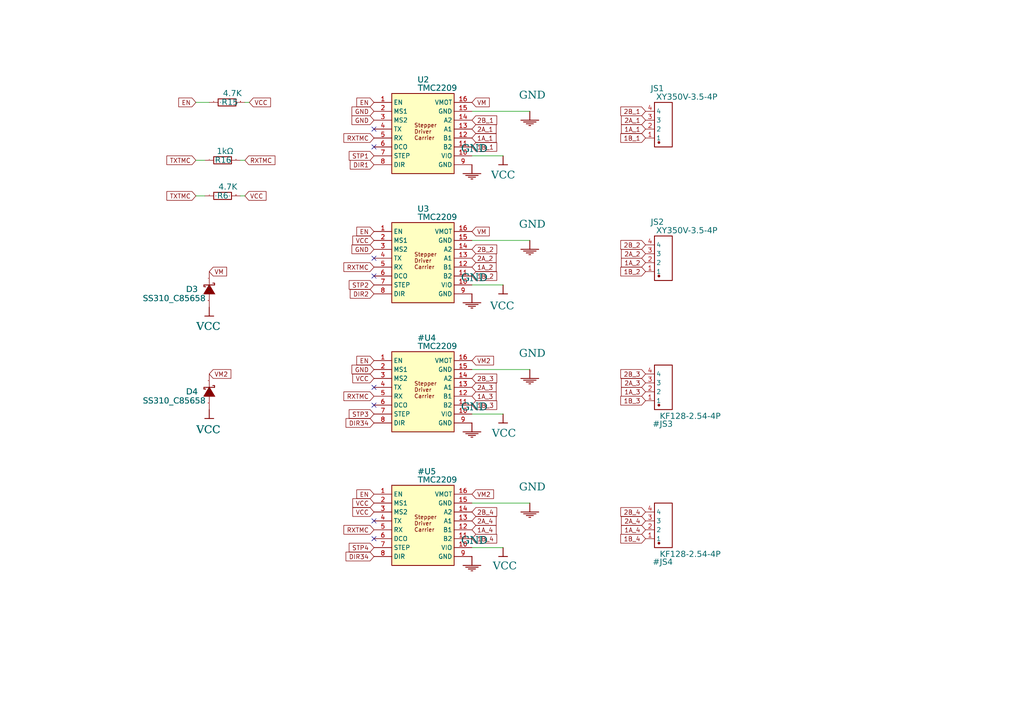
<source format=kicad_sch>
(kicad_sch (version 20231120) (generator "eeschema") (generator_version "8.0")
  (paper "User" 292.1 205.105)
  (lib_symbols
    (symbol "0603WAF4701T5E"
      (property "Reference" "R15" (at -1.524 0.8763 0))
      (property "Value" "4.7K" (at -1.4986 3.4671 0))
      (symbol "0603WAF4701T5E_0_0"
        (rectangle (start -2.54 1.016) (end 2.54 -1.016) (stroke (width 0.254)))
        (pin input line (at -5.08 0 0) (length 2.54) (name "1") (number "1"))
        (pin input line (at 5.08 0 180) (length 2.54) (name "2") (number "2"))
      )
    )
    (symbol "0603WAF4701T5E_1"
      (property "Reference" "R6" (at -1.524 0.8763 0))
      (property "Value" "4.7K" (at -1.4986 3.4671 0))
      (symbol "0603WAF4701T5E_1_0_0"
        (rectangle (start -2.54 1.016) (end 2.54 -1.016) (stroke (width 0.254)))
        (pin input line (at -5.08 0 0) (length 2.54) (name "1") (number "1"))
        (pin input line (at 5.08 0 180) (length 2.54) (name "2") (number "2"))
      )
    )
    (symbol "CR0603FA1001G_C126900"
      (property "Reference" "R16" (at -2.159 0.8763 0))
      (property "Value" "1kΩ" (at -1.905 3.4671 0))
      (symbol "CR0603FA1001G_C126900_0_0"
        (rectangle (start -2.54 1.016) (end 2.54 -1.016) (stroke (width 0.254)))
        (pin input line (at -5.08 0 0) (length 2.54) (name "1") (number "1"))
        (pin input line (at 5.08 0 180) (length 2.54) (name "2") (number "2"))
      )
    )
    (symbol "GND" (power) (pin_numbers hide) (pin_names hide)
      (property "Value" "GND" (at 0 6.35 0))
      (symbol "GND_0_0"
        (polyline (pts (xy -2.54 -2.54) (xy 2.54 -2.54)) (stroke (width 0.254)))
        (polyline (pts (xy -1.778 -3.048) (xy 1.778 -3.048)) (stroke (width 0.254)))
        (polyline (pts (xy -1.016 -3.556) (xy 1.016 -3.556)) (stroke (width 0.254)))
        (polyline (pts (xy -0.254 -4.064) (xy 0.254 -4.064)) (stroke (width 0.254)))
        (polyline (pts (xy 0 0) (xy 0 -2.54)) (stroke (width 0.254)))
        (pin power_in line (at 0 0 270) (length 0) (name "GND") (number "1"))
      )
    )
    (symbol "KF128-2.54-4P"
      (property "Reference" "JS4" (at -3.0226 -9.6139 0))
      (property "Value" "KF128-2.54-4P" (at -3.0226 -7.3279 0))
      (symbol "KF128-2.54-4P_0_0"
        (rectangle (start -2.54 6.35) (end 2.54 -6.35) (stroke (width 0.254)))
        (circle (center -1.27 -5.08) (radius 0.254) (stroke (width 0.254)) (fill (type outline)))
        (pin unspecified line (at -5.08 -3.81 0) (length 2.54) (name "1") (number "1"))
        (pin unspecified line (at -5.08 -1.27 0) (length 2.54) (name "2") (number "2"))
        (pin unspecified line (at -5.08 1.27 0) (length 2.54) (name "3") (number "3"))
        (pin unspecified line (at -5.08 3.81 0) (length 2.54) (name "4") (number "4"))
      )
    )
    (symbol "KF128-2.54-4P_1"
      (property "Reference" "JS3" (at -3.0226 -9.6139 0))
      (property "Value" "KF128-2.54-4P" (at -3.0226 -7.3279 0))
      (symbol "KF128-2.54-4P_1_0_0"
        (rectangle (start -2.54 6.35) (end 2.54 -6.35) (stroke (width 0.254)))
        (circle (center -1.27 -5.08) (radius 0.254) (stroke (width 0.254)) (fill (type outline)))
        (pin unspecified line (at -5.08 -3.81 0) (length 2.54) (name "1") (number "1"))
        (pin unspecified line (at -5.08 -1.27 0) (length 2.54) (name "2") (number "2"))
        (pin unspecified line (at -5.08 1.27 0) (length 2.54) (name "3") (number "3"))
        (pin unspecified line (at -5.08 3.81 0) (length 2.54) (name "4") (number "4"))
      )
    )
    (symbol "SS310_C85658"
      (property "Reference" "D3" (at -6.604 0.8763 0))
      (property "Value" "SS310_C85658" (at -19.685 -1.6637 0))
      (symbol "SS310_C85658_0_0"
        (polyline (pts (xy -1.524 1.27) (xy 1.524 1.27)) (stroke (width 0.254)))
        (polyline (pts (xy -1.524 1.27) (xy -1.524 0.762) (xy -1.016 0.762)) (stroke (width 0.254)))
        (polyline (pts (xy 1.524 1.27) (xy 1.524 1.778) (xy 1.016 1.778)) (stroke (width 0.254)))
        (polyline (pts (xy 1.524 -1.27) (xy 0 1.27) (xy -1.524 -1.27) (xy 1.524 -1.27)) (stroke (width 0.254)) (fill (type outline)))
        (pin unspecified line (at 0 5.08 270) (length 3.81) (name "K") (number "1"))
        (pin unspecified line (at 0 -5.08 90) (length 3.81) (name "A") (number "2"))
      )
    )
    (symbol "SS310_C85658_1"
      (property "Reference" "D4" (at -6.604 0.8763 0))
      (property "Value" "SS310_C85658" (at -19.685 -1.6637 0))
      (symbol "SS310_C85658_1_0_0"
        (polyline (pts (xy -1.524 1.27) (xy 1.524 1.27)) (stroke (width 0.254)))
        (polyline (pts (xy -1.524 1.27) (xy -1.524 0.762) (xy -1.016 0.762)) (stroke (width 0.254)))
        (polyline (pts (xy 1.524 1.27) (xy 1.524 1.778) (xy 1.016 1.778)) (stroke (width 0.254)))
        (polyline (pts (xy 1.524 -1.27) (xy 0 1.27) (xy -1.524 -1.27) (xy 1.524 -1.27)) (stroke (width 0.254)) (fill (type outline)))
        (pin unspecified line (at 0 5.08 270) (length 3.81) (name "K") (number "1"))
        (pin unspecified line (at 0 -5.08 90) (length 3.81) (name "A") (number "2"))
      )
    )
    (symbol "TMC2209"
      (property "Reference" "U3" (at -2.794 17.4625 0))
      (property "Value" "TMC2209" (at -2.9718 15.1511 0))
      (symbol "TMC2209_0_0"
        (rectangle (start -10.16 12.7) (end 7.62 -10.16) (stroke (width 0.254)) (fill (type background)))
        (text "Stepper\nDriver\nCarrier" (at -3.81 4.2926 0) (effects (font (size 1.1176 1.1176)) (justify left top)))
        (pin unspecified line (at -15.24 10.16 0) (length 5.08) (name "EN") (number "1"))
        (pin unspecified line (at 12.7 -5.08 180) (length 5.08) (name "VIO") (number "10"))
        (pin unspecified line (at 12.7 -2.54 180) (length 5.08) (name "B2") (number "11"))
        (pin unspecified line (at 12.7 0 180) (length 5.08) (name "B1") (number "12"))
        (pin unspecified line (at 12.7 2.54 180) (length 5.08) (name "A1") (number "13"))
        (pin unspecified line (at 12.7 5.08 180) (length 5.08) (name "A2") (number "14"))
        (pin unspecified line (at 12.7 7.62 180) (length 5.08) (name "GND") (number "15"))
        (pin unspecified line (at 12.7 10.16 180) (length 5.08) (name "VMOT") (number "16"))
        (pin unspecified line (at -15.24 7.62 0) (length 5.08) (name "MS1") (number "2"))
        (pin unspecified line (at -15.24 5.08 0) (length 5.08) (name "MS2") (number "3"))
        (pin unspecified line (at -15.24 2.54 0) (length 5.08) (name "TX") (number "4"))
        (pin unspecified line (at -15.24 0 0) (length 5.08) (name "RX") (number "5"))
        (pin unspecified line (at -15.24 -2.54 0) (length 5.08) (name "DCO") (number "6"))
        (pin unspecified line (at -15.24 -5.08 0) (length 5.08) (name "STEP") (number "7"))
        (pin unspecified line (at -15.24 -7.62 0) (length 5.08) (name "DIR") (number "8"))
        (pin unspecified line (at 12.7 -7.62 180) (length 5.08) (name "GND") (number "9"))
      )
    )
    (symbol "TMC2209_1"
      (property "Reference" "U2" (at -2.794 17.4625 0))
      (property "Value" "TMC2209" (at -2.9718 15.1511 0))
      (symbol "TMC2209_1_0_0"
        (rectangle (start -10.16 12.7) (end 7.62 -10.16) (stroke (width 0.254)) (fill (type background)))
        (text "Stepper\nDriver\nCarrier" (at -3.81 4.2926 0) (effects (font (size 1.1176 1.1176)) (justify left top)))
        (pin unspecified line (at -15.24 10.16 0) (length 5.08) (name "EN") (number "1"))
        (pin unspecified line (at 12.7 -5.08 180) (length 5.08) (name "VIO") (number "10"))
        (pin unspecified line (at 12.7 -2.54 180) (length 5.08) (name "B2") (number "11"))
        (pin unspecified line (at 12.7 0 180) (length 5.08) (name "B1") (number "12"))
        (pin unspecified line (at 12.7 2.54 180) (length 5.08) (name "A1") (number "13"))
        (pin unspecified line (at 12.7 5.08 180) (length 5.08) (name "A2") (number "14"))
        (pin unspecified line (at 12.7 7.62 180) (length 5.08) (name "GND") (number "15"))
        (pin unspecified line (at 12.7 10.16 180) (length 5.08) (name "VMOT") (number "16"))
        (pin unspecified line (at -15.24 7.62 0) (length 5.08) (name "MS1") (number "2"))
        (pin unspecified line (at -15.24 5.08 0) (length 5.08) (name "MS2") (number "3"))
        (pin unspecified line (at -15.24 2.54 0) (length 5.08) (name "TX") (number "4"))
        (pin unspecified line (at -15.24 0 0) (length 5.08) (name "RX") (number "5"))
        (pin unspecified line (at -15.24 -2.54 0) (length 5.08) (name "DCO") (number "6"))
        (pin unspecified line (at -15.24 -5.08 0) (length 5.08) (name "STEP") (number "7"))
        (pin unspecified line (at -15.24 -7.62 0) (length 5.08) (name "DIR") (number "8"))
        (pin unspecified line (at 12.7 -7.62 180) (length 5.08) (name "GND") (number "9"))
      )
    )
    (symbol "TMC2209_2"
      (property "Reference" "U4" (at -2.794 17.4625 0))
      (property "Value" "TMC2209" (at -2.9718 15.1511 0))
      (symbol "TMC2209_2_0_0"
        (rectangle (start -10.16 12.7) (end 7.62 -10.16) (stroke (width 0.254)) (fill (type background)))
        (text "Stepper\nDriver\nCarrier" (at -3.81 4.2926 0) (effects (font (size 1.1176 1.1176)) (justify left top)))
        (pin unspecified line (at -15.24 10.16 0) (length 5.08) (name "EN") (number "1"))
        (pin unspecified line (at 12.7 -5.08 180) (length 5.08) (name "VIO") (number "10"))
        (pin unspecified line (at 12.7 -2.54 180) (length 5.08) (name "B2") (number "11"))
        (pin unspecified line (at 12.7 0 180) (length 5.08) (name "B1") (number "12"))
        (pin unspecified line (at 12.7 2.54 180) (length 5.08) (name "A1") (number "13"))
        (pin unspecified line (at 12.7 5.08 180) (length 5.08) (name "A2") (number "14"))
        (pin unspecified line (at 12.7 7.62 180) (length 5.08) (name "GND") (number "15"))
        (pin unspecified line (at 12.7 10.16 180) (length 5.08) (name "VMOT") (number "16"))
        (pin unspecified line (at -15.24 7.62 0) (length 5.08) (name "MS1") (number "2"))
        (pin unspecified line (at -15.24 5.08 0) (length 5.08) (name "MS2") (number "3"))
        (pin unspecified line (at -15.24 2.54 0) (length 5.08) (name "TX") (number "4"))
        (pin unspecified line (at -15.24 0 0) (length 5.08) (name "RX") (number "5"))
        (pin unspecified line (at -15.24 -2.54 0) (length 5.08) (name "DCO") (number "6"))
        (pin unspecified line (at -15.24 -5.08 0) (length 5.08) (name "STEP") (number "7"))
        (pin unspecified line (at -15.24 -7.62 0) (length 5.08) (name "DIR") (number "8"))
        (pin unspecified line (at 12.7 -7.62 180) (length 5.08) (name "GND") (number "9"))
      )
    )
    (symbol "TMC2209_3"
      (property "Reference" "U5" (at -2.794 17.4625 0))
      (property "Value" "TMC2209" (at -2.9718 15.1511 0))
      (symbol "TMC2209_3_0_0"
        (rectangle (start -10.16 12.7) (end 7.62 -10.16) (stroke (width 0.254)) (fill (type background)))
        (text "Stepper\nDriver\nCarrier" (at -3.81 4.2926 0) (effects (font (size 1.1176 1.1176)) (justify left top)))
        (pin unspecified line (at -15.24 10.16 0) (length 5.08) (name "EN") (number "1"))
        (pin unspecified line (at 12.7 -5.08 180) (length 5.08) (name "VIO") (number "10"))
        (pin unspecified line (at 12.7 -2.54 180) (length 5.08) (name "B2") (number "11"))
        (pin unspecified line (at 12.7 0 180) (length 5.08) (name "B1") (number "12"))
        (pin unspecified line (at 12.7 2.54 180) (length 5.08) (name "A1") (number "13"))
        (pin unspecified line (at 12.7 5.08 180) (length 5.08) (name "A2") (number "14"))
        (pin unspecified line (at 12.7 7.62 180) (length 5.08) (name "GND") (number "15"))
        (pin unspecified line (at 12.7 10.16 180) (length 5.08) (name "VMOT") (number "16"))
        (pin unspecified line (at -15.24 7.62 0) (length 5.08) (name "MS1") (number "2"))
        (pin unspecified line (at -15.24 5.08 0) (length 5.08) (name "MS2") (number "3"))
        (pin unspecified line (at -15.24 2.54 0) (length 5.08) (name "TX") (number "4"))
        (pin unspecified line (at -15.24 0 0) (length 5.08) (name "RX") (number "5"))
        (pin unspecified line (at -15.24 -2.54 0) (length 5.08) (name "DCO") (number "6"))
        (pin unspecified line (at -15.24 -5.08 0) (length 5.08) (name "STEP") (number "7"))
        (pin unspecified line (at -15.24 -7.62 0) (length 5.08) (name "DIR") (number "8"))
        (pin unspecified line (at 12.7 -7.62 180) (length 5.08) (name "GND") (number "9"))
      )
    )
    (symbol "VCC" (power) (pin_numbers hide) (pin_names hide)
      (property "Value" "VCC" (at 0 3.81 0))
      (symbol "VCC_0_0"
        (polyline (pts (xy -1.27 -2.54) (xy 1.27 -2.54)) (stroke (width 0.254)))
        (polyline (pts (xy 0 0) (xy 0 -2.54)) (stroke (width 0.254)))
        (pin power_in line (at 0 0 270) (length 0) (name "VCC") (number "1"))
      )
    )
    (symbol "XY350V-3.5-4P"
      (property "Reference" "JS2" (at -3.5814 11.1633 0))
      (property "Value" "XY350V-3.5-4P" (at -3.8862 8.8011 0))
      (symbol "XY350V-3.5-4P_0_0"
        (rectangle (start -2.54 6.35) (end 2.54 -6.35) (stroke (width 0.254)))
        (circle (center -1.27 -5.08) (radius 0.254) (stroke (width 0.254)) (fill (type outline)))
        (pin unspecified line (at -5.08 -3.81 0) (length 2.54) (name "1") (number "1"))
        (pin unspecified line (at -5.08 -1.27 0) (length 2.54) (name "2") (number "2"))
        (pin unspecified line (at -5.08 1.27 0) (length 2.54) (name "3") (number "3"))
        (pin unspecified line (at -5.08 3.81 0) (length 2.54) (name "4") (number "4"))
      )
    )
    (symbol "XY350V-3.5-4P_1"
      (property "Reference" "JS1" (at -3.5814 11.1633 0))
      (property "Value" "XY350V-3.5-4P" (at -3.8862 8.8011 0))
      (symbol "XY350V-3.5-4P_1_0_0"
        (rectangle (start -2.54 6.35) (end 2.54 -6.35) (stroke (width 0.254)))
        (circle (center -1.27 -5.08) (radius 0.254) (stroke (width 0.254)) (fill (type outline)))
        (pin unspecified line (at -5.08 -3.81 0) (length 2.54) (name "1") (number "1"))
        (pin unspecified line (at -5.08 -1.27 0) (length 2.54) (name "2") (number "2"))
        (pin unspecified line (at -5.08 1.27 0) (length 2.54) (name "3") (number "3"))
        (pin unspecified line (at -5.08 3.81 0) (length 2.54) (name "4") (number "4"))
      )
    )
  )
  (no_connect (at 106.68 115.57))
  (no_connect (at 106.68 78.74))
  (no_connect (at 106.68 148.59))
  (no_connect (at 106.68 110.49))
  (no_connect (at 106.68 153.67))
  (no_connect (at 106.68 41.91))
  (no_connect (at 106.68 73.66))
  (no_connect (at 106.68 36.83))
  (wire (pts (xy 151.13 143.51) (xy 134.62 143.51)))
  (wire (pts (xy 55.88 55.88) (xy 58.42 55.88)))
  (wire (pts (xy 68.58 55.88) (xy 69.85 55.88)))
  (wire (pts (xy 55.88 29.21) (xy 59.69 29.21)))
  (wire (pts (xy 134.62 118.11) (xy 143.51 118.11)))
  (wire (pts (xy 151.13 68.58) (xy 134.62 68.58)))
  (wire (pts (xy 151.13 31.75) (xy 134.62 31.75)))
  (wire (pts (xy 71.12 29.21) (xy 69.85 29.21)))
  (wire (pts (xy 58.42 45.72) (xy 55.88 45.72)))
  (wire (pts (xy 69.85 45.72) (xy 68.58 45.72)))
  (wire (pts (xy 151.13 105.41) (xy 134.62 105.41)))
  (wire (pts (xy 134.62 156.21) (xy 143.51 156.21)))
  (wire (pts (xy 134.62 44.45) (xy 143.51 44.45)))
  (wire (pts (xy 134.62 81.28) (xy 143.51 81.28)))
  (global_label "VCC" (shape input) (at 69.85 55.88 0) (property "Intersheetrefs" "${INTERSHEET_REFS}" (effects (hide yes))))
  (global_label "EN" (shape input) (at 106.68 102.87 180) (property "Intersheetrefs" "${INTERSHEET_REFS}" (effects (hide yes))))
  (global_label "1B_1" (shape input) (at 184.15 39.37 180) (property "Intersheetrefs" "${INTERSHEET_REFS}" (effects (hide yes))))
  (global_label "VCC" (shape input) (at 106.68 146.05 180) (property "Intersheetrefs" "${INTERSHEET_REFS}" (effects (hide yes))))
  (global_label "RXTMC" (shape input) (at 106.68 151.13 180) (property "Intersheetrefs" "${INTERSHEET_REFS}" (effects (hide yes))))
  (global_label "2B_1" (shape input) (at 134.62 34.29 0) (property "Intersheetrefs" "${INTERSHEET_REFS}" (effects (hide yes))))
  (global_label "1A_1" (shape input) (at 184.15 36.83 180) (property "Intersheetrefs" "${INTERSHEET_REFS}" (effects (hide yes))))
  (global_label "GND" (shape input) (at 106.68 105.41 180) (property "Intersheetrefs" "${INTERSHEET_REFS}" (effects (hide yes))))
  (global_label "VCC" (shape input) (at 71.12 29.21 0) (property "Intersheetrefs" "${INTERSHEET_REFS}" (effects (hide yes))))
  (global_label "2B_2" (shape input) (at 184.15 69.85 180) (property "Intersheetrefs" "${INTERSHEET_REFS}" (effects (hide yes))))
  (global_label "VCC" (shape input) (at 106.68 143.51 180) (property "Intersheetrefs" "${INTERSHEET_REFS}" (effects (hide yes))))
  (global_label "DIR34" (shape input) (at 106.68 120.65 180) (property "Intersheetrefs" "${INTERSHEET_REFS}" (effects (hide yes))))
  (global_label "EN" (shape input) (at 106.68 29.21 180) (property "Intersheetrefs" "${INTERSHEET_REFS}" (effects (hide yes))))
  (global_label "TXTMC" (shape input) (at 55.88 45.72 180) (property "Intersheetrefs" "${INTERSHEET_REFS}" (effects (hide yes))))
  (global_label "1B_4" (shape input) (at 134.62 153.67 0) (property "Intersheetrefs" "${INTERSHEET_REFS}" (effects (hide yes))))
  (global_label "2B_2" (shape input) (at 134.62 71.12 0) (property "Intersheetrefs" "${INTERSHEET_REFS}" (effects (hide yes))))
  (global_label "1B_3" (shape input) (at 134.62 115.57 0) (property "Intersheetrefs" "${INTERSHEET_REFS}" (effects (hide yes))))
  (global_label "VM" (shape input) (at 59.69 77.47 0) (property "Intersheetrefs" "${INTERSHEET_REFS}" (effects (hide yes))))
  (global_label "VCC" (shape input) (at 106.68 107.95 180) (property "Intersheetrefs" "${INTERSHEET_REFS}" (effects (hide yes))))
  (global_label "1A_2" (shape input) (at 134.62 76.2 0) (property "Intersheetrefs" "${INTERSHEET_REFS}" (effects (hide yes))))
  (global_label "RXTMC" (shape input) (at 106.68 39.37 180) (property "Intersheetrefs" "${INTERSHEET_REFS}" (effects (hide yes))))
  (global_label "VM2" (shape input) (at 59.69 106.68 0) (property "Intersheetrefs" "${INTERSHEET_REFS}" (effects (hide yes))))
  (global_label "2A_2" (shape input) (at 134.62 73.66 0) (property "Intersheetrefs" "${INTERSHEET_REFS}" (effects (hide yes))))
  (global_label "VM" (shape input) (at 134.62 66.04 0) (property "Intersheetrefs" "${INTERSHEET_REFS}" (effects (hide yes))))
  (global_label "DIR34" (shape input) (at 106.68 158.75 180) (property "Intersheetrefs" "${INTERSHEET_REFS}" (effects (hide yes))))
  (global_label "RXTMC" (shape input) (at 106.68 76.2 180) (property "Intersheetrefs" "${INTERSHEET_REFS}" (effects (hide yes))))
  (global_label "STP2" (shape input) (at 106.68 81.28 180) (property "Intersheetrefs" "${INTERSHEET_REFS}" (effects (hide yes))))
  (global_label "GND" (shape input) (at 106.68 31.75 180) (property "Intersheetrefs" "${INTERSHEET_REFS}" (effects (hide yes))))
  (global_label "2A_1" (shape input) (at 184.15 34.29 180) (property "Intersheetrefs" "${INTERSHEET_REFS}" (effects (hide yes))))
  (global_label "GND" (shape input) (at 106.68 34.29 180) (property "Intersheetrefs" "${INTERSHEET_REFS}" (effects (hide yes))))
  (global_label "EN" (shape input) (at 106.68 140.97 180) (property "Intersheetrefs" "${INTERSHEET_REFS}" (effects (hide yes))))
  (global_label "STP3" (shape input) (at 106.68 118.11 180) (property "Intersheetrefs" "${INTERSHEET_REFS}" (effects (hide yes))))
  (global_label "2A_4" (shape input) (at 184.15 148.59 180) (property "Intersheetrefs" "${INTERSHEET_REFS}" (effects (hide yes))))
  (global_label "1B_2" (shape input) (at 134.62 78.74 0) (property "Intersheetrefs" "${INTERSHEET_REFS}" (effects (hide yes))))
  (global_label "1B_4" (shape input) (at 184.15 153.67 180) (property "Intersheetrefs" "${INTERSHEET_REFS}" (effects (hide yes))))
  (global_label "1B_3" (shape input) (at 184.15 114.3 180) (property "Intersheetrefs" "${INTERSHEET_REFS}" (effects (hide yes))))
  (global_label "TXTMC" (shape input) (at 55.88 55.88 180) (property "Intersheetrefs" "${INTERSHEET_REFS}" (effects (hide yes))))
  (global_label "2A_3" (shape input) (at 134.62 110.49 0) (property "Intersheetrefs" "${INTERSHEET_REFS}" (effects (hide yes))))
  (global_label "2B_4" (shape input) (at 134.62 146.05 0) (property "Intersheetrefs" "${INTERSHEET_REFS}" (effects (hide yes))))
  (global_label "1A_4" (shape input) (at 134.62 151.13 0) (property "Intersheetrefs" "${INTERSHEET_REFS}" (effects (hide yes))))
  (global_label "2A_3" (shape input) (at 184.15 109.22 180) (property "Intersheetrefs" "${INTERSHEET_REFS}" (effects (hide yes))))
  (global_label "1A_1" (shape input) (at 134.62 39.37 0) (property "Intersheetrefs" "${INTERSHEET_REFS}" (effects (hide yes))))
  (global_label "VM2" (shape input) (at 134.62 140.97 0) (property "Intersheetrefs" "${INTERSHEET_REFS}" (effects (hide yes))))
  (global_label "EN" (shape input) (at 55.88 29.21 180) (property "Intersheetrefs" "${INTERSHEET_REFS}" (effects (hide yes))))
  (global_label "RXTMC" (shape input) (at 106.68 113.03 180) (property "Intersheetrefs" "${INTERSHEET_REFS}" (effects (hide yes))))
  (global_label "STP1" (shape input) (at 106.68 44.45 180) (property "Intersheetrefs" "${INTERSHEET_REFS}" (effects (hide yes))))
  (global_label "2B_3" (shape input) (at 184.15 106.68 180) (property "Intersheetrefs" "${INTERSHEET_REFS}" (effects (hide yes))))
  (global_label "VM2" (shape input) (at 134.62 102.87 0) (property "Intersheetrefs" "${INTERSHEET_REFS}" (effects (hide yes))))
  (global_label "EN" (shape input) (at 106.68 66.04 180) (property "Intersheetrefs" "${INTERSHEET_REFS}" (effects (hide yes))))
  (global_label "1A_3" (shape input) (at 134.62 113.03 0) (property "Intersheetrefs" "${INTERSHEET_REFS}" (effects (hide yes))))
  (global_label "VM" (shape input) (at 134.62 29.21 0) (property "Intersheetrefs" "${INTERSHEET_REFS}" (effects (hide yes))))
  (global_label "1A_4" (shape input) (at 184.15 151.13 180) (property "Intersheetrefs" "${INTERSHEET_REFS}" (effects (hide yes))))
  (global_label "2A_2" (shape input) (at 184.15 72.39 180) (property "Intersheetrefs" "${INTERSHEET_REFS}" (effects (hide yes))))
  (global_label "GND" (shape input) (at 106.68 71.12 180) (property "Intersheetrefs" "${INTERSHEET_REFS}" (effects (hide yes))))
  (global_label "2B_1" (shape input) (at 184.15 31.75 180) (property "Intersheetrefs" "${INTERSHEET_REFS}" (effects (hide yes))))
  (global_label "2A_1" (shape input) (at 134.62 36.83 0) (property "Intersheetrefs" "${INTERSHEET_REFS}" (effects (hide yes))))
  (global_label "STP4" (shape input) (at 106.68 156.21 180) (property "Intersheetrefs" "${INTERSHEET_REFS}" (effects (hide yes))))
  (global_label "2B_3" (shape input) (at 134.62 107.95 0) (property "Intersheetrefs" "${INTERSHEET_REFS}" (effects (hide yes))))
  (global_label "2A_4" (shape input) (at 134.62 148.59 0) (property "Intersheetrefs" "${INTERSHEET_REFS}" (effects (hide yes))))
  (global_label "DIR1" (shape input) (at 106.68 46.99 180) (property "Intersheetrefs" "${INTERSHEET_REFS}" (effects (hide yes))))
  (global_label "1A_2" (shape input) (at 184.15 74.93 180) (property "Intersheetrefs" "${INTERSHEET_REFS}" (effects (hide yes))))
  (global_label "DIR2" (shape input) (at 106.68 83.82 180) (property "Intersheetrefs" "${INTERSHEET_REFS}" (effects (hide yes))))
  (global_label "1B_2" (shape input) (at 184.15 77.47 180) (property "Intersheetrefs" "${INTERSHEET_REFS}" (effects (hide yes))))
  (global_label "1A_3" (shape input) (at 184.15 111.76 180) (property "Intersheetrefs" "${INTERSHEET_REFS}" (effects (hide yes))))
  (global_label "2B_4" (shape input) (at 184.15 146.05 180) (property "Intersheetrefs" "${INTERSHEET_REFS}" (effects (hide yes))))
  (global_label "RXTMC" (shape input) (at 69.85 45.72 0) (property "Intersheetrefs" "${INTERSHEET_REFS}" (effects (hide yes))))
  (global_label "1B_1" (shape input) (at 134.62 41.91 0) (property "Intersheetrefs" "${INTERSHEET_REFS}" (effects (hide yes))))
  (global_label "VCC" (shape input) (at 106.68 68.58 180) (property "Intersheetrefs" "${INTERSHEET_REFS}" (effects (hide yes))))
  (symbol (lib_id "VCC") (at 143.51 81.28 0) (mirror y) (unit 0)
    (property "Reference" "#PWR0111" (effects (hide yes)))
    (property "Value" "VCC" (at 146.558 86.106 0) (effects (font (size 2.1717 2.1717)) (justify left top)))
    (property "Description" "Power symbol creates a global label with name 'VCC'" (effects (hide yes)))
  )
  (symbol (lib_id "XY350V-3.5-4P") (at 189.23 73.66 0) (unit 0)
    (property "Reference" "JS2" (at 185.6486 62.4967 0) (effects (font (size 1.6891 1.6891)) (justify left top)))
    (property "Value" "XY350V-3.5-4P" (at 185.3438 64.8589 0) (effects (font (size 1.6891 1.6891)) (justify left top)))
    (property "Footprint" "Connector_PinHeader_2.54mm:PinHeader_1x04_P2.54mm_Vertical" (effects (hide yes)))
    (property "BOM_Manufacturer Part" "XY350V-3.5-4P" (effects (hide yes)))
    (property "BOM_Manufacturer" "--" (effects (hide yes)))
    (property "BOM_Supplier Part" "C557656" (effects (hide yes)))
    (property "BOM_Supplier" "LCSC" (effects (hide yes)))
  )
  (symbol (lib_id "GND") (at 151.13 68.58 0) (unit 0)
    (property "Reference" "#PWR0113" (effects (hide yes)))
    (property "Value" "GND" (at 148.336 65.278 0) (effects (font (size 2.1717 2.1717)) (justify left bottom)))
    (property "Description" "Power symbol creates a global label with name 'GND'" (effects (hide yes)))
  )
  (symbol (lib_id "GND") (at 151.13 105.41 0) (unit 0)
    (property "Reference" "#PWR0110" (effects (hide yes)))
    (property "Value" "GND" (at 148.336 102.108 0) (effects (font (size 2.1717 2.1717)) (justify left bottom)))
    (property "Description" "Power symbol creates a global label with name 'GND'" (effects (hide yes)))
  )
  (symbol (lib_id "VCC") (at 143.51 156.21 0) (mirror y) (unit 0)
    (property "Reference" "#PWR0105" (effects (hide yes)))
    (property "Value" "VCC" (at 140.716 160.274 0) (effects (font (size 2.1717 2.1717)) (justify right top)))
    (property "Description" "Power symbol creates a global label with name 'VCC'" (effects (hide yes)))
  )
  (symbol (lib_id "VCC") (at 143.51 44.45 0) (mirror y) (unit 0)
    (property "Reference" "#PWR0102" (effects (hide yes)))
    (property "Value" "VCC" (at 146.812 48.768 0) (effects (font (size 2.1717 2.1717)) (justify left top)))
    (property "Description" "Power symbol creates a global label with name 'VCC'" (effects (hide yes)))
  )
  (symbol (lib_id "GND") (at 134.62 158.75 0) (unit 0)
    (property "Reference" "#PWR0106" (effects (hide yes)))
    (property "Value" "GND" (at 131.826 155.448 0) (effects (font (size 2.1717 2.1717)) (justify left bottom)))
    (property "Description" "Power symbol creates a global label with name 'GND'" (effects (hide yes)))
  )
  (symbol (lib_id "TMC2209_1") (at 121.92 39.37 0) (unit 0)
    (property "Reference" "U2" (at 119.126 21.9075 0) (effects (font (size 1.6891 1.6891)) (justify left top)))
    (property "Value" "TMC2209" (at 118.9482 24.2189 0) (effects (font (size 1.6891 1.6891)) (justify left top)))
    (property "Footprint" "library:MODULE_TMC2209_SILENTSTEPSTICK" (effects (hide yes)))
  )
  (symbol (lib_id "VCC") (at 59.69 87.63 0) (mirror y) (unit 0)
    (property "Reference" "#PWR0109" (effects (hide yes)))
    (property "Value" "VCC" (at 62.738 91.948 0) (effects (font (size 2.1717 2.1717)) (justify left top)))
    (property "Description" "Power symbol creates a global label with name 'VCC'" (effects (hide yes)))
  )
  (symbol (lib_id "0603WAF4701T5E") (at 64.77 29.21 0) (unit 0)
    (property "Reference" "R15" (at 63.246 28.3337 0) (effects (font (size 1.6891 1.6891)) (justify left top)))
    (property "Value" "4.7K" (at 63.2714 25.7429 0) (effects (font (size 1.6891 1.6891)) (justify left top)))
    (property "Footprint" "library:4.7K_Resistor_ERA8P" (effects (hide yes)))
    (property "BOM_Manufacturer Part" "0603WAF4701T5E" (effects (hide yes)))
    (property "BOM_Manufacturer" "UniOhm" (effects (hide yes)))
    (property "BOM_Supplier Part" "C23162" (effects (hide yes)))
    (property "BOM_Supplier" "LCSC" (effects (hide yes)))
  )
  (symbol (lib_id "SS310_C85658") (at 59.69 82.55 0) (unit 0)
    (property "Reference" "D3" (at 53.086 81.6737 0) (effects (font (size 1.6891 1.6891)) (justify left top)))
    (property "Value" "SS310_C85658" (at 40.005 84.2137 0) (effects (font (size 1.6891 1.6891)) (justify left top)))
    (property "Footprint" "library:Schottky_SODFL5336X130N" (effects (hide yes)))
    (property "BOM_Manufacturer Part" "SS310" (effects (hide yes)))
    (property "BOM_Manufacturer" "DYELEC" (effects (hide yes)))
    (property "BOM_Supplier Part" "C85658" (effects (hide yes)))
    (property "BOM_Supplier" "LCSC" (effects (hide yes)))
  )
  (symbol (lib_id "GND") (at 134.62 83.82 0) (unit 0)
    (property "Reference" "#PWR0114" (effects (hide yes)))
    (property "Value" "GND" (at 131.826 80.518 0) (effects (font (size 2.1717 2.1717)) (justify left bottom)))
    (property "Description" "Power symbol creates a global label with name 'GND'" (effects (hide yes)))
  )
  (symbol (lib_id "KF128-2.54-4P_1") (at 189.23 110.49 0) (unit 0)
    (property "Reference" "#JS3" (at 186.2074 120.1039 0) (effects (font (size 1.6891 1.6891)) (justify left top)))
    (property "Value" "KF128-2.54-4P" (at 186.2074 117.8179 0) (effects (font (size 1.6891 1.6891)) (justify left top)))
    (property "Footprint" "Connector_PinHeader_2.54mm:PinHeader_1x04_P2.54mm_Vertical" (effects (hide yes)))
    (property "BOM_Manufacturer Part" "KF128-2.54-4P" (effects (hide yes)))
    (property "BOM_Manufacturer" "Cixi Kefa Elec" (effects (hide yes)))
    (property "BOM_Supplier Part" "C474922" (effects (hide yes)))
    (property "BOM_Supplier" "LCSC" (effects (hide yes)))
  )
  (symbol (lib_id "0603WAF4701T5E_1") (at 63.5 55.88 0) (unit 0)
    (property "Reference" "R6" (at 61.976 55.0037 0) (effects (font (size 1.6891 1.6891)) (justify left top)))
    (property "Value" "4.7K" (at 62.0014 52.4129 0) (effects (font (size 1.6891 1.6891)) (justify left top)))
    (property "Footprint" "library:4.7K_Resistor_ERA8P" (effects (hide yes)))
    (property "BOM_Manufacturer Part" "0603WAF4701T5E" (effects (hide yes)))
    (property "BOM_Manufacturer" "UniOhm" (effects (hide yes)))
    (property "BOM_Supplier Part" "C23162" (effects (hide yes)))
    (property "BOM_Supplier" "LCSC" (effects (hide yes)))
  )
  (symbol (lib_id "GND") (at 134.62 46.99 0) (unit 0)
    (property "Reference" "#PWR0101" (effects (hide yes)))
    (property "Value" "GND" (at 131.826 43.688 0) (effects (font (size 2.1717 2.1717)) (justify left bottom)))
    (property "Description" "Power symbol creates a global label with name 'GND'" (effects (hide yes)))
  )
  (symbol (lib_id "GND") (at 151.13 31.75 0) (unit 0)
    (property "Reference" "#PWR0112" (effects (hide yes)))
    (property "Value" "GND" (at 148.336 28.448 0) (effects (font (size 2.1717 2.1717)) (justify left bottom)))
    (property "Description" "Power symbol creates a global label with name 'GND'" (effects (hide yes)))
  )
  (symbol (lib_id "TMC2209_2") (at 121.92 113.03 0) (unit 0)
    (property "Reference" "#U4" (at 119.126 95.5675 0) (effects (font (size 1.6891 1.6891)) (justify left top)))
    (property "Value" "TMC2209" (at 118.9482 97.8789 0) (effects (font (size 1.6891 1.6891)) (justify left top)))
    (property "Footprint" "library:MODULE_TMC2209_SILENTSTEPSTICK" (effects (hide yes)))
  )
  (symbol (lib_id "GND") (at 134.62 120.65 0) (unit 0)
    (property "Reference" "#PWR0103" (effects (hide yes)))
    (property "Value" "GND" (at 131.826 117.348 0) (effects (font (size 2.1717 2.1717)) (justify left bottom)))
    (property "Description" "Power symbol creates a global label with name 'GND'" (effects (hide yes)))
  )
  (symbol (lib_id "CR0603FA1001G_C126900") (at 63.5 45.72 0) (unit 0)
    (property "Reference" "R16" (at 61.341 44.8437 0) (effects (font (size 1.6891 1.6891)) (justify left top)))
    (property "Value" "1kΩ" (at 61.595 42.2529 0) (effects (font (size 1.6891 1.6891)) (justify left top)))
    (property "Footprint" "library:1k_Resistor_RESC3216X70N" (effects (hide yes)))
    (property "BOM_Manufacturer Part" "CR0603FA1001G" (effects (hide yes)))
    (property "BOM_Manufacturer" "LIZ" (effects (hide yes)))
    (property "BOM_Supplier Part" "C126900" (effects (hide yes)))
    (property "BOM_Supplier" "LCSC" (effects (hide yes)))
  )
  (symbol (lib_id "TMC2209_3") (at 121.92 151.13 0) (unit 0)
    (property "Reference" "#U5" (at 119.126 133.6675 0) (effects (font (size 1.6891 1.6891)) (justify left top)))
    (property "Value" "TMC2209" (at 118.9482 135.9789 0) (effects (font (size 1.6891 1.6891)) (justify left top)))
    (property "Footprint" "library:MODULE_TMC2209_SILENTSTEPSTICK" (effects (hide yes)))
  )
  (symbol (lib_id "XY350V-3.5-4P_1") (at 189.23 35.56 0) (unit 0)
    (property "Reference" "JS1" (at 185.6486 24.3967 0) (effects (font (size 1.6891 1.6891)) (justify left top)))
    (property "Value" "XY350V-3.5-4P" (at 185.3438 26.7589 0) (effects (font (size 1.6891 1.6891)) (justify left top)))
    (property "Footprint" "Connector_PinHeader_2.54mm:PinHeader_1x04_P2.54mm_Vertical" (effects (hide yes)))
    (property "BOM_Manufacturer Part" "XY350V-3.5-4P" (effects (hide yes)))
    (property "BOM_Manufacturer" "--" (effects (hide yes)))
    (property "BOM_Supplier Part" "C557656" (effects (hide yes)))
    (property "BOM_Supplier" "LCSC" (effects (hide yes)))
  )
  (symbol (lib_id "TMC2209") (at 121.92 76.2 0) (unit 0)
    (property "Reference" "U3" (at 119.126 58.7375 0) (effects (font (size 1.6891 1.6891)) (justify left top)))
    (property "Value" "TMC2209" (at 118.9482 61.0489 0) (effects (font (size 1.6891 1.6891)) (justify left top)))
    (property "Footprint" "library:MODULE_TMC2209_SILENTSTEPSTICK" (effects (hide yes)))
  )
  (symbol (lib_id "SS310_C85658_1") (at 59.69 111.76 0) (unit 0)
    (property "Reference" "D4" (at 53.086 110.8837 0) (effects (font (size 1.6891 1.6891)) (justify left top)))
    (property "Value" "SS310_C85658" (at 40.005 113.4237 0) (effects (font (size 1.6891 1.6891)) (justify left top)))
    (property "Footprint" "library:Schottky_SODFL5336X130N" (effects (hide yes)))
    (property "BOM_Manufacturer Part" "SS310" (effects (hide yes)))
    (property "BOM_Manufacturer" "DYELEC" (effects (hide yes)))
    (property "BOM_Supplier Part" "C85658" (effects (hide yes)))
    (property "BOM_Supplier" "LCSC" (effects (hide yes)))
  )
  (symbol (lib_id "VCC") (at 59.69 116.84 0) (mirror y) (unit 0)
    (property "Reference" "#PWR0108" (effects (hide yes)))
    (property "Value" "VCC" (at 62.738 121.412 0) (effects (font (size 2.1717 2.1717)) (justify left top)))
    (property "Description" "Power symbol creates a global label with name 'VCC'" (effects (hide yes)))
  )
  (symbol (lib_id "VCC") (at 143.51 118.11 0) (mirror y) (unit 0)
    (property "Reference" "#PWR0107" (effects (hide yes)))
    (property "Value" "VCC" (at 140.462 122.428 0) (effects (font (size 2.1717 2.1717)) (justify right top)))
    (property "Description" "Power symbol creates a global label with name 'VCC'" (effects (hide yes)))
  )
  (symbol (lib_id "KF128-2.54-4P") (at 189.23 149.86 0) (unit 0)
    (property "Reference" "#JS4" (at 186.2074 159.4739 0) (effects (font (size 1.6891 1.6891)) (justify left top)))
    (property "Value" "KF128-2.54-4P" (at 186.2074 157.1879 0) (effects (font (size 1.6891 1.6891)) (justify left top)))
    (property "Footprint" "Connector_PinHeader_2.54mm:PinHeader_1x04_P2.54mm_Vertical" (effects (hide yes)))
    (property "BOM_Manufacturer Part" "KF128-2.54-4P" (effects (hide yes)))
    (property "BOM_Manufacturer" "Cixi Kefa Elec" (effects (hide yes)))
    (property "BOM_Supplier Part" "C474922" (effects (hide yes)))
    (property "BOM_Supplier" "LCSC" (effects (hide yes)))
  )
  (symbol (lib_id "GND") (at 151.13 143.51 0) (unit 0)
    (property "Reference" "#PWR0104" (effects (hide yes)))
    (property "Value" "GND" (at 148.336 140.208 0) (effects (font (size 2.1717 2.1717)) (justify left bottom)))
    (property "Description" "Power symbol creates a global label with name 'GND'" (effects (hide yes)))
  )
)
</source>
